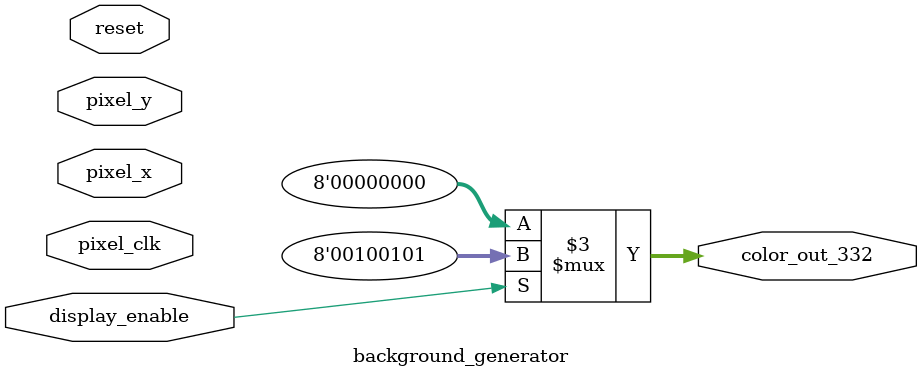
<source format=v>

module background_generator (
    input wire pixel_clk,         
    input wire reset,             
    input wire display_enable,   
    input wire [9:0] pixel_x,    
    input wire [9:0] pixel_y,    
    output reg [7:0] color_out_332 
);

    // Define colors in RRRGGGBB format
    localparam COLOR_BLACK      = 8'b00000000;
    localparam BACKGROUND_COLOR = 8'b00100101; 
                                               

    always @(*) begin // Combinational logic
        if (display_enable) begin
            color_out_332 = BACKGROUND_COLOR;
        end else begin
            color_out_332 = COLOR_BLACK; // Output black when not in display area
        end
    end

endmodule
</source>
